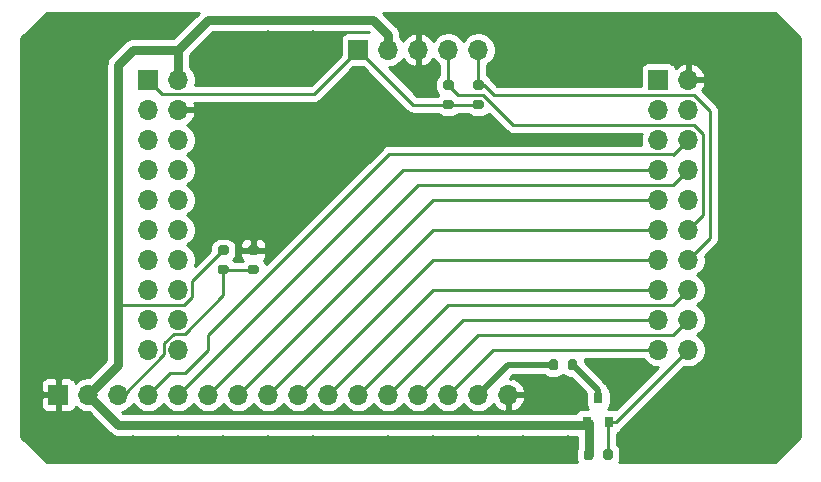
<source format=gbr>
G04 #@! TF.GenerationSoftware,KiCad,Pcbnew,5.1.10*
G04 #@! TF.CreationDate,2021-08-11T21:54:59-06:00*
G04 #@! TF.ProjectId,Speedometer-Top,53706565-646f-46d6-9574-65722d546f70,rev?*
G04 #@! TF.SameCoordinates,Original*
G04 #@! TF.FileFunction,Copper,L1,Top*
G04 #@! TF.FilePolarity,Positive*
%FSLAX46Y46*%
G04 Gerber Fmt 4.6, Leading zero omitted, Abs format (unit mm)*
G04 Created by KiCad (PCBNEW 5.1.10) date 2021-08-11 21:54:59*
%MOMM*%
%LPD*%
G01*
G04 APERTURE LIST*
G04 #@! TA.AperFunction,ComponentPad*
%ADD10O,1.700000X1.700000*%
G04 #@! TD*
G04 #@! TA.AperFunction,ComponentPad*
%ADD11R,1.700000X1.700000*%
G04 #@! TD*
G04 #@! TA.AperFunction,SMDPad,CuDef*
%ADD12R,0.800000X0.900000*%
G04 #@! TD*
G04 #@! TA.AperFunction,ViaPad*
%ADD13C,0.800000*%
G04 #@! TD*
G04 #@! TA.AperFunction,Conductor*
%ADD14C,0.750000*%
G04 #@! TD*
G04 #@! TA.AperFunction,Conductor*
%ADD15C,0.250000*%
G04 #@! TD*
G04 #@! TA.AperFunction,Conductor*
%ADD16C,0.500000*%
G04 #@! TD*
G04 #@! TA.AperFunction,Conductor*
%ADD17C,0.254000*%
G04 #@! TD*
G04 #@! TA.AperFunction,Conductor*
%ADD18C,0.100000*%
G04 #@! TD*
G04 APERTURE END LIST*
D10*
G04 #@! TO.P,U2,5*
G04 #@! TO.N,/I2C_SCL*
X53340000Y-17780000D03*
G04 #@! TO.P,U2,4*
G04 #@! TO.N,/I2C_SDA*
X50800000Y-17780000D03*
G04 #@! TO.P,U2,3*
G04 #@! TO.N,/GND*
X48260000Y-17780000D03*
G04 #@! TO.P,U2,2*
G04 #@! TO.N,/V5P0*
X45720000Y-17780000D03*
D11*
G04 #@! TO.P,U2,1*
G04 #@! TO.N,/V3P3*
X43180000Y-17780000D03*
G04 #@! TD*
G04 #@! TO.P,R6,2*
G04 #@! TO.N,/V3P3*
G04 #@! TA.AperFunction,SMDPad,CuDef*
G36*
G01*
X53065000Y-22015000D02*
X53615000Y-22015000D01*
G75*
G02*
X53815000Y-22215000I0J-200000D01*
G01*
X53815000Y-22615000D01*
G75*
G02*
X53615000Y-22815000I-200000J0D01*
G01*
X53065000Y-22815000D01*
G75*
G02*
X52865000Y-22615000I0J200000D01*
G01*
X52865000Y-22215000D01*
G75*
G02*
X53065000Y-22015000I200000J0D01*
G01*
G37*
G04 #@! TD.AperFunction*
G04 #@! TO.P,R6,1*
G04 #@! TO.N,/I2C_SCL*
G04 #@! TA.AperFunction,SMDPad,CuDef*
G36*
G01*
X53065000Y-20365000D02*
X53615000Y-20365000D01*
G75*
G02*
X53815000Y-20565000I0J-200000D01*
G01*
X53815000Y-20965000D01*
G75*
G02*
X53615000Y-21165000I-200000J0D01*
G01*
X53065000Y-21165000D01*
G75*
G02*
X52865000Y-20965000I0J200000D01*
G01*
X52865000Y-20565000D01*
G75*
G02*
X53065000Y-20365000I200000J0D01*
G01*
G37*
G04 #@! TD.AperFunction*
G04 #@! TD*
G04 #@! TO.P,R5,2*
G04 #@! TO.N,/V3P3*
G04 #@! TA.AperFunction,SMDPad,CuDef*
G36*
G01*
X50525000Y-22015000D02*
X51075000Y-22015000D01*
G75*
G02*
X51275000Y-22215000I0J-200000D01*
G01*
X51275000Y-22615000D01*
G75*
G02*
X51075000Y-22815000I-200000J0D01*
G01*
X50525000Y-22815000D01*
G75*
G02*
X50325000Y-22615000I0J200000D01*
G01*
X50325000Y-22215000D01*
G75*
G02*
X50525000Y-22015000I200000J0D01*
G01*
G37*
G04 #@! TD.AperFunction*
G04 #@! TO.P,R5,1*
G04 #@! TO.N,/I2C_SDA*
G04 #@! TA.AperFunction,SMDPad,CuDef*
G36*
G01*
X50525000Y-20365000D02*
X51075000Y-20365000D01*
G75*
G02*
X51275000Y-20565000I0J-200000D01*
G01*
X51275000Y-20965000D01*
G75*
G02*
X51075000Y-21165000I-200000J0D01*
G01*
X50525000Y-21165000D01*
G75*
G02*
X50325000Y-20965000I0J200000D01*
G01*
X50325000Y-20565000D01*
G75*
G02*
X50525000Y-20365000I200000J0D01*
G01*
G37*
G04 #@! TD.AperFunction*
G04 #@! TD*
D10*
G04 #@! TO.P,J1,20*
G04 #@! TO.N,/P5.5*
X27940000Y-43180000D03*
G04 #@! TO.P,J1,19*
G04 #@! TO.N,/P6.4*
X25400000Y-43180000D03*
G04 #@! TO.P,J1,18*
G04 #@! TO.N,/P5.4*
X27940000Y-40640000D03*
G04 #@! TO.P,J1,17*
G04 #@! TO.N,/P6.5*
X25400000Y-40640000D03*
G04 #@! TO.P,J1,16*
G04 #@! TO.N,/P4.7*
X27940000Y-38100000D03*
G04 #@! TO.P,J1,15*
G04 #@! TO.N,/P4.6*
X25400000Y-38100000D03*
G04 #@! TO.P,J1,14*
G04 #@! TO.N,/P4.5*
X27940000Y-35560000D03*
G04 #@! TO.P,J1,13*
G04 #@! TO.N,/P1.5*
X25400000Y-35560000D03*
G04 #@! TO.P,J1,12*
G04 #@! TO.N,/P4.4*
X27940000Y-33020000D03*
G04 #@! TO.P,J1,11*
G04 #@! TO.N,/P4.3*
X25400000Y-33020000D03*
G04 #@! TO.P,J1,10*
G04 #@! TO.N,/SPEED_A*
X27940000Y-30480000D03*
G04 #@! TO.P,J1,9*
G04 #@! TO.N,/P4.1*
X25400000Y-30480000D03*
G04 #@! TO.P,J1,8*
G04 #@! TO.N,/P4.0*
X27940000Y-27940000D03*
G04 #@! TO.P,J1,7*
G04 #@! TO.N,/P3.3*
X25400000Y-27940000D03*
G04 #@! TO.P,J1,6*
G04 #@! TO.N,/FUEL_ADC*
X27940000Y-25400000D03*
G04 #@! TO.P,J1,5*
G04 #@! TO.N,/P3.2*
X25400000Y-25400000D03*
G04 #@! TO.P,J1,4*
G04 #@! TO.N,/GND*
X27940000Y-22860000D03*
G04 #@! TO.P,J1,3*
G04 #@! TO.N,/P6.0*
X25400000Y-22860000D03*
G04 #@! TO.P,J1,2*
G04 #@! TO.N,/V5P0*
X27940000Y-20320000D03*
D11*
G04 #@! TO.P,J1,1*
G04 #@! TO.N,/V3P3*
X25400000Y-20320000D03*
G04 #@! TD*
D10*
G04 #@! TO.P,U1,16*
G04 #@! TO.N,/GND*
X55880000Y-46990000D03*
G04 #@! TO.P,U1,15*
G04 #@! TO.N,Net-(R3-Pad1)*
X53340000Y-46990000D03*
G04 #@! TO.P,U1,14*
G04 #@! TO.N,/MCU_D7*
X50800000Y-46990000D03*
G04 #@! TO.P,U1,13*
G04 #@! TO.N,/MCU_D6*
X48260000Y-46990000D03*
G04 #@! TO.P,U1,12*
G04 #@! TO.N,/MCU_D5*
X45720000Y-46990000D03*
G04 #@! TO.P,U1,11*
G04 #@! TO.N,/MCU_D4*
X43180000Y-46990000D03*
G04 #@! TO.P,U1,10*
G04 #@! TO.N,/MCU_D3*
X40640000Y-46990000D03*
G04 #@! TO.P,U1,9*
G04 #@! TO.N,/MCU_D2*
X38100000Y-46990000D03*
G04 #@! TO.P,U1,8*
G04 #@! TO.N,/MCU_D1*
X35560000Y-46990000D03*
G04 #@! TO.P,U1,7*
G04 #@! TO.N,/MCU_D0*
X33020000Y-46990000D03*
G04 #@! TO.P,U1,6*
G04 #@! TO.N,/MCU_EN*
X30480000Y-46990000D03*
G04 #@! TO.P,U1,5*
G04 #@! TO.N,/MCU_RW*
X27940000Y-46990000D03*
G04 #@! TO.P,U1,4*
G04 #@! TO.N,/MCU_RS*
X25400000Y-46990000D03*
G04 #@! TO.P,U1,3*
G04 #@! TO.N,Net-(R1-Pad1)*
X22860000Y-46990000D03*
G04 #@! TO.P,U1,2*
G04 #@! TO.N,/V5P0*
X20320000Y-46990000D03*
D11*
G04 #@! TO.P,U1,1*
G04 #@! TO.N,/GND*
X17780000Y-46990000D03*
G04 #@! TD*
G04 #@! TO.P,R4,2*
G04 #@! TO.N,/V5P0*
G04 #@! TA.AperFunction,SMDPad,CuDef*
G36*
G01*
X63075000Y-51795000D02*
X63075000Y-52345000D01*
G75*
G02*
X62875000Y-52545000I-200000J0D01*
G01*
X62475000Y-52545000D01*
G75*
G02*
X62275000Y-52345000I0J200000D01*
G01*
X62275000Y-51795000D01*
G75*
G02*
X62475000Y-51595000I200000J0D01*
G01*
X62875000Y-51595000D01*
G75*
G02*
X63075000Y-51795000I0J-200000D01*
G01*
G37*
G04 #@! TD.AperFunction*
G04 #@! TO.P,R4,1*
G04 #@! TO.N,/MCU_BLA*
G04 #@! TA.AperFunction,SMDPad,CuDef*
G36*
G01*
X64725000Y-51795000D02*
X64725000Y-52345000D01*
G75*
G02*
X64525000Y-52545000I-200000J0D01*
G01*
X64125000Y-52545000D01*
G75*
G02*
X63925000Y-52345000I0J200000D01*
G01*
X63925000Y-51795000D01*
G75*
G02*
X64125000Y-51595000I200000J0D01*
G01*
X64525000Y-51595000D01*
G75*
G02*
X64725000Y-51795000I0J-200000D01*
G01*
G37*
G04 #@! TD.AperFunction*
G04 #@! TD*
G04 #@! TO.P,R3,2*
G04 #@! TO.N,Net-(Q1-Pad3)*
G04 #@! TA.AperFunction,SMDPad,CuDef*
G36*
G01*
X60940000Y-44725000D02*
X60940000Y-44175000D01*
G75*
G02*
X61140000Y-43975000I200000J0D01*
G01*
X61540000Y-43975000D01*
G75*
G02*
X61740000Y-44175000I0J-200000D01*
G01*
X61740000Y-44725000D01*
G75*
G02*
X61540000Y-44925000I-200000J0D01*
G01*
X61140000Y-44925000D01*
G75*
G02*
X60940000Y-44725000I0J200000D01*
G01*
G37*
G04 #@! TD.AperFunction*
G04 #@! TO.P,R3,1*
G04 #@! TO.N,Net-(R3-Pad1)*
G04 #@! TA.AperFunction,SMDPad,CuDef*
G36*
G01*
X59290000Y-44725000D02*
X59290000Y-44175000D01*
G75*
G02*
X59490000Y-43975000I200000J0D01*
G01*
X59890000Y-43975000D01*
G75*
G02*
X60090000Y-44175000I0J-200000D01*
G01*
X60090000Y-44725000D01*
G75*
G02*
X59890000Y-44925000I-200000J0D01*
G01*
X59490000Y-44925000D01*
G75*
G02*
X59290000Y-44725000I0J200000D01*
G01*
G37*
G04 #@! TD.AperFunction*
G04 #@! TD*
G04 #@! TO.P,R2,2*
G04 #@! TO.N,Net-(R1-Pad1)*
G04 #@! TA.AperFunction,SMDPad,CuDef*
G36*
G01*
X34015000Y-35985000D02*
X34565000Y-35985000D01*
G75*
G02*
X34765000Y-36185000I0J-200000D01*
G01*
X34765000Y-36585000D01*
G75*
G02*
X34565000Y-36785000I-200000J0D01*
G01*
X34015000Y-36785000D01*
G75*
G02*
X33815000Y-36585000I0J200000D01*
G01*
X33815000Y-36185000D01*
G75*
G02*
X34015000Y-35985000I200000J0D01*
G01*
G37*
G04 #@! TD.AperFunction*
G04 #@! TO.P,R2,1*
G04 #@! TO.N,/GND*
G04 #@! TA.AperFunction,SMDPad,CuDef*
G36*
G01*
X34015000Y-34335000D02*
X34565000Y-34335000D01*
G75*
G02*
X34765000Y-34535000I0J-200000D01*
G01*
X34765000Y-34935000D01*
G75*
G02*
X34565000Y-35135000I-200000J0D01*
G01*
X34015000Y-35135000D01*
G75*
G02*
X33815000Y-34935000I0J200000D01*
G01*
X33815000Y-34535000D01*
G75*
G02*
X34015000Y-34335000I200000J0D01*
G01*
G37*
G04 #@! TD.AperFunction*
G04 #@! TD*
G04 #@! TO.P,R1,2*
G04 #@! TO.N,/V5P0*
G04 #@! TA.AperFunction,SMDPad,CuDef*
G36*
G01*
X32025000Y-35135000D02*
X31475000Y-35135000D01*
G75*
G02*
X31275000Y-34935000I0J200000D01*
G01*
X31275000Y-34535000D01*
G75*
G02*
X31475000Y-34335000I200000J0D01*
G01*
X32025000Y-34335000D01*
G75*
G02*
X32225000Y-34535000I0J-200000D01*
G01*
X32225000Y-34935000D01*
G75*
G02*
X32025000Y-35135000I-200000J0D01*
G01*
G37*
G04 #@! TD.AperFunction*
G04 #@! TO.P,R1,1*
G04 #@! TO.N,Net-(R1-Pad1)*
G04 #@! TA.AperFunction,SMDPad,CuDef*
G36*
G01*
X32025000Y-36785000D02*
X31475000Y-36785000D01*
G75*
G02*
X31275000Y-36585000I0J200000D01*
G01*
X31275000Y-36185000D01*
G75*
G02*
X31475000Y-35985000I200000J0D01*
G01*
X32025000Y-35985000D01*
G75*
G02*
X32225000Y-36185000I0J-200000D01*
G01*
X32225000Y-36585000D01*
G75*
G02*
X32025000Y-36785000I-200000J0D01*
G01*
G37*
G04 #@! TD.AperFunction*
G04 #@! TD*
D12*
G04 #@! TO.P,Q1,3*
G04 #@! TO.N,Net-(Q1-Pad3)*
X63500000Y-47260000D03*
G04 #@! TO.P,Q1,2*
G04 #@! TO.N,/MCU_BLA*
X64450000Y-49260000D03*
G04 #@! TO.P,Q1,1*
G04 #@! TO.N,/V5P0*
X62550000Y-49260000D03*
G04 #@! TD*
D10*
G04 #@! TO.P,J2,20*
G04 #@! TO.N,/MCU_BLA*
X71120000Y-43180000D03*
G04 #@! TO.P,J2,19*
G04 #@! TO.N,/MCU_D7*
X68580000Y-43180000D03*
G04 #@! TO.P,J2,18*
G04 #@! TO.N,/MCU_D6*
X71120000Y-40640000D03*
G04 #@! TO.P,J2,17*
G04 #@! TO.N,/MCU_D5*
X68580000Y-40640000D03*
G04 #@! TO.P,J2,16*
G04 #@! TO.N,/MCU_D4*
X71120000Y-38100000D03*
G04 #@! TO.P,J2,15*
G04 #@! TO.N,/MCU_D3*
X68580000Y-38100000D03*
G04 #@! TO.P,J2,14*
G04 #@! TO.N,/I2C_SCL*
X71120000Y-35560000D03*
G04 #@! TO.P,J2,13*
G04 #@! TO.N,/MCU_D2*
X68580000Y-35560000D03*
G04 #@! TO.P,J2,12*
G04 #@! TO.N,/I2C_SDA*
X71120000Y-33020000D03*
G04 #@! TO.P,J2,11*
G04 #@! TO.N,/MCU_D1*
X68580000Y-33020000D03*
G04 #@! TO.P,J2,10*
G04 #@! TO.N,/RST*
X71120000Y-30480000D03*
G04 #@! TO.P,J2,9*
G04 #@! TO.N,/MCU_D0*
X68580000Y-30480000D03*
G04 #@! TO.P,J2,8*
G04 #@! TO.N,/MCU_EN*
X71120000Y-27940000D03*
G04 #@! TO.P,J2,7*
G04 #@! TO.N,/MCU_RW*
X68580000Y-27940000D03*
G04 #@! TO.P,J2,6*
G04 #@! TO.N,/MCU_RS*
X71120000Y-25400000D03*
G04 #@! TO.P,J2,5*
G04 #@! TO.N,/P2.4*
X68580000Y-25400000D03*
G04 #@! TO.P,J2,4*
G04 #@! TO.N,/P2.5*
X71120000Y-22860000D03*
G04 #@! TO.P,J2,3*
G04 #@! TO.N,/P2.6*
X68580000Y-22860000D03*
G04 #@! TO.P,J2,2*
G04 #@! TO.N,/GND*
X71120000Y-20320000D03*
D11*
G04 #@! TO.P,J2,1*
G04 #@! TO.N,/P2.7*
X68580000Y-20320000D03*
G04 #@! TD*
D13*
G04 #@! TO.N,/GND*
X53340000Y-50800000D03*
X49530000Y-50800000D03*
X45720000Y-50800000D03*
X71120000Y-50800000D03*
X71120000Y-16510000D03*
X67310000Y-16510000D03*
X63500000Y-16510000D03*
X59690000Y-16510000D03*
X55880000Y-16510000D03*
X63500000Y-20320000D03*
X59690000Y-20320000D03*
X55880000Y-20320000D03*
X31750000Y-31750000D03*
X31750000Y-27940000D03*
X31750000Y-24130000D03*
X35560000Y-24130000D03*
X35560000Y-27940000D03*
X35560000Y-31750000D03*
X39370000Y-27940000D03*
X39370000Y-24130000D03*
X43180000Y-24130000D03*
X30480000Y-20320000D03*
X35560000Y-20320000D03*
X39370000Y-20320000D03*
X39370000Y-16510000D03*
X35560000Y-16510000D03*
X43180000Y-20320000D03*
X74930000Y-46990000D03*
X74930000Y-43180000D03*
X78740000Y-43180000D03*
X78740000Y-46990000D03*
X74930000Y-31750000D03*
X74930000Y-27940000D03*
X78740000Y-27940000D03*
X78740000Y-31750000D03*
X74930000Y-39370000D03*
X74930000Y-35560000D03*
X78740000Y-35560000D03*
X78740000Y-39370000D03*
X74930000Y-16510000D03*
X78740000Y-16510000D03*
X74930000Y-24130000D03*
X74930000Y-20320000D03*
X78740000Y-20320000D03*
X78740000Y-24130000D03*
X16510000Y-16510000D03*
X20320000Y-16510000D03*
X24130000Y-16510000D03*
X16510000Y-20320000D03*
X20320000Y-20320000D03*
X20320000Y-24130000D03*
X16510000Y-24130000D03*
X16510000Y-27940000D03*
X20320000Y-27940000D03*
X20320000Y-31750000D03*
X16510000Y-31750000D03*
X16510000Y-35560000D03*
X20320000Y-35560000D03*
X20320000Y-39370000D03*
X16510000Y-39370000D03*
X16510000Y-43180000D03*
X20320000Y-43180000D03*
X16510000Y-50800000D03*
X20320000Y-50800000D03*
X24130000Y-50800000D03*
X27940000Y-50800000D03*
X31750000Y-50800000D03*
X35560000Y-50800000D03*
X39370000Y-50800000D03*
X64770000Y-44450000D03*
X59690000Y-46990000D03*
X57150000Y-50800000D03*
X60960000Y-50800000D03*
X71120000Y-46990000D03*
X78740000Y-50800000D03*
X74930000Y-50800000D03*
X67310000Y-50800000D03*
G04 #@! TD*
D14*
G04 #@! TO.N,/V5P0*
X62675000Y-49385000D02*
X62550000Y-49260000D01*
X62675000Y-52070000D02*
X62675000Y-49385000D01*
X20320000Y-46990000D02*
X22860000Y-49530000D01*
X62280000Y-49530000D02*
X62550000Y-49260000D01*
X22860000Y-49530000D02*
X62280000Y-49530000D01*
X22860000Y-44450000D02*
X20320000Y-46990000D01*
D15*
X29115001Y-38664001D02*
X28409002Y-39370000D01*
X31750000Y-34735000D02*
X29115001Y-37369999D01*
X29115001Y-37369999D02*
X29115001Y-38664001D01*
D14*
X22860000Y-39370000D02*
X22860000Y-44450000D01*
X22860000Y-19050000D02*
X22860000Y-39370000D01*
X24130000Y-17780000D02*
X22860000Y-19050000D01*
X27940000Y-17780000D02*
X24130000Y-17780000D01*
X27940000Y-20320000D02*
X27940000Y-17780000D01*
X30480000Y-15240000D02*
X27940000Y-17780000D01*
X45720000Y-16510000D02*
X44450000Y-15240000D01*
X44450000Y-15240000D02*
X30480000Y-15240000D01*
X45720000Y-17780000D02*
X45720000Y-16510000D01*
D15*
X28409002Y-39370000D02*
X22860000Y-39370000D01*
G04 #@! TO.N,/V3P3*
X53340000Y-22415000D02*
X50800000Y-22415000D01*
X47815000Y-22415000D02*
X43180000Y-17780000D01*
X50800000Y-22415000D02*
X47815000Y-22415000D01*
X26575001Y-21495001D02*
X25400000Y-20320000D01*
X39464999Y-21495001D02*
X26575001Y-21495001D01*
X43180000Y-17780000D02*
X39464999Y-21495001D01*
G04 #@! TO.N,/MCU_BLA*
X65040000Y-49260000D02*
X64450000Y-49260000D01*
X71120000Y-43180000D02*
X65040000Y-49260000D01*
X64325000Y-49385000D02*
X64450000Y-49260000D01*
X64325000Y-52070000D02*
X64325000Y-49385000D01*
G04 #@! TO.N,/MCU_D7*
X54610000Y-43180000D02*
X50800000Y-46990000D01*
X68580000Y-43180000D02*
X54610000Y-43180000D01*
G04 #@! TO.N,/MCU_D6*
X53340000Y-41910000D02*
X48260000Y-46990000D01*
X69850000Y-41910000D02*
X53340000Y-41910000D01*
X71120000Y-40640000D02*
X69850000Y-41910000D01*
G04 #@! TO.N,/MCU_D5*
X52070000Y-40640000D02*
X45720000Y-46990000D01*
X68580000Y-40640000D02*
X52070000Y-40640000D01*
G04 #@! TO.N,/MCU_D4*
X50800000Y-39370000D02*
X43180000Y-46990000D01*
X69850000Y-39370000D02*
X50800000Y-39370000D01*
X71120000Y-38100000D02*
X69850000Y-39370000D01*
G04 #@! TO.N,/MCU_D3*
X49530000Y-38100000D02*
X40640000Y-46990000D01*
X68580000Y-38100000D02*
X49530000Y-38100000D01*
G04 #@! TO.N,/I2C_SCL*
X53340000Y-20765000D02*
X53340000Y-17780000D01*
X53815000Y-20765000D02*
X53340000Y-20765000D01*
X54640000Y-21590000D02*
X53815000Y-20765000D01*
X71589002Y-21590000D02*
X54640000Y-21590000D01*
X72945373Y-22946371D02*
X71589002Y-21590000D01*
X72945373Y-33734627D02*
X72945373Y-22946371D01*
X71120000Y-35560000D02*
X72945373Y-33734627D01*
G04 #@! TO.N,/MCU_D2*
X68580000Y-35560000D02*
X49530000Y-35560000D01*
X49530000Y-35560000D02*
X38100000Y-46990000D01*
G04 #@! TO.N,/I2C_SDA*
X50800000Y-20765000D02*
X50800000Y-17780000D01*
X53732477Y-21589999D02*
X51624999Y-21589999D01*
X56271966Y-24129488D02*
X53732477Y-21589999D01*
X51624999Y-21589999D02*
X50800000Y-20765000D01*
X72390000Y-24930998D02*
X71588490Y-24129488D01*
X72390000Y-31750000D02*
X72390000Y-24930998D01*
X71588490Y-24129488D02*
X56271966Y-24129488D01*
X71120000Y-33020000D02*
X72390000Y-31750000D01*
G04 #@! TO.N,/MCU_D1*
X68580000Y-33020000D02*
X49530000Y-33020000D01*
X49530000Y-33020000D02*
X35560000Y-46990000D01*
G04 #@! TO.N,/MCU_D0*
X68580000Y-30480000D02*
X49530000Y-30480000D01*
X49530000Y-30480000D02*
X33020000Y-46990000D01*
G04 #@! TO.N,/MCU_EN*
X71120000Y-27940000D02*
X69850000Y-29210000D01*
X69850000Y-29210000D02*
X48260000Y-29210000D01*
X48260000Y-29210000D02*
X30480000Y-46990000D01*
G04 #@! TO.N,/MCU_RW*
X68580000Y-27940000D02*
X46990000Y-27940000D01*
X46990000Y-27940000D02*
X27940000Y-46990000D01*
G04 #@! TO.N,/MCU_RS*
X71120000Y-25400000D02*
X69850000Y-26670000D01*
X25869002Y-46990000D02*
X25400000Y-46990000D01*
X69944999Y-26575001D02*
X71120000Y-25400000D01*
X45814999Y-26575001D02*
X69944999Y-26575001D01*
X45814999Y-26575001D02*
X30480000Y-41910000D01*
X30480000Y-41910000D02*
X30480000Y-43153885D01*
X30480000Y-43153885D02*
X28501448Y-45132437D01*
X27257563Y-45132437D02*
X25400000Y-46990000D01*
X28501448Y-45132437D02*
X27257563Y-45132437D01*
D16*
G04 #@! TO.N,Net-(Q1-Pad3)*
X63500000Y-46610000D02*
X61340000Y-44450000D01*
X63500000Y-47260000D02*
X63500000Y-46610000D01*
D15*
G04 #@! TO.N,Net-(R1-Pad1)*
X28504001Y-41815001D02*
X31750000Y-38569002D01*
X27565997Y-41815001D02*
X28504001Y-41815001D01*
X31750000Y-38569002D02*
X31750000Y-36385000D01*
X26764999Y-42615999D02*
X27565997Y-41815001D01*
X26764999Y-43554003D02*
X26764999Y-42615999D01*
X23329002Y-46990000D02*
X26764999Y-43554003D01*
X22860000Y-46990000D02*
X23329002Y-46990000D01*
X31750000Y-36385000D02*
X34290000Y-36385000D01*
D16*
G04 #@! TO.N,Net-(R3-Pad1)*
X55880000Y-44450000D02*
X53340000Y-46990000D01*
X59690000Y-44450000D02*
X55880000Y-44450000D01*
G04 #@! TD*
D17*
G04 #@! TO.N,/GND*
X80620001Y-16783382D02*
X80620000Y-50526619D01*
X78466620Y-52680000D01*
X65291643Y-52680000D01*
X65299278Y-52665716D01*
X65346969Y-52508500D01*
X65363072Y-52345000D01*
X65363072Y-51795000D01*
X65346969Y-51631500D01*
X65299278Y-51474284D01*
X65221831Y-51329392D01*
X65117606Y-51202394D01*
X65085000Y-51175635D01*
X65085000Y-50302287D01*
X65094180Y-50299502D01*
X65204494Y-50240537D01*
X65301185Y-50161185D01*
X65380537Y-50064494D01*
X65439502Y-49954180D01*
X65456143Y-49899321D01*
X65464276Y-49894974D01*
X65580001Y-49800001D01*
X65603804Y-49770997D01*
X70753593Y-44621210D01*
X70973740Y-44665000D01*
X71266260Y-44665000D01*
X71553158Y-44607932D01*
X71823411Y-44495990D01*
X72066632Y-44333475D01*
X72273475Y-44126632D01*
X72435990Y-43883411D01*
X72547932Y-43613158D01*
X72605000Y-43326260D01*
X72605000Y-43033740D01*
X72547932Y-42746842D01*
X72435990Y-42476589D01*
X72273475Y-42233368D01*
X72066632Y-42026525D01*
X71892240Y-41910000D01*
X72066632Y-41793475D01*
X72273475Y-41586632D01*
X72435990Y-41343411D01*
X72547932Y-41073158D01*
X72605000Y-40786260D01*
X72605000Y-40493740D01*
X72547932Y-40206842D01*
X72435990Y-39936589D01*
X72273475Y-39693368D01*
X72066632Y-39486525D01*
X71892240Y-39370000D01*
X72066632Y-39253475D01*
X72273475Y-39046632D01*
X72435990Y-38803411D01*
X72547932Y-38533158D01*
X72605000Y-38246260D01*
X72605000Y-37953740D01*
X72547932Y-37666842D01*
X72435990Y-37396589D01*
X72273475Y-37153368D01*
X72066632Y-36946525D01*
X71892240Y-36830000D01*
X72066632Y-36713475D01*
X72273475Y-36506632D01*
X72435990Y-36263411D01*
X72547932Y-35993158D01*
X72605000Y-35706260D01*
X72605000Y-35413740D01*
X72561210Y-35193592D01*
X73456377Y-34298425D01*
X73485374Y-34274628D01*
X73580347Y-34158903D01*
X73650919Y-34026874D01*
X73694376Y-33883613D01*
X73705373Y-33771960D01*
X73705373Y-33771951D01*
X73709049Y-33734628D01*
X73705373Y-33697305D01*
X73705373Y-22983693D01*
X73709049Y-22946370D01*
X73705373Y-22909047D01*
X73705373Y-22909038D01*
X73694376Y-22797385D01*
X73650919Y-22654124D01*
X73580347Y-22522095D01*
X73485374Y-22406370D01*
X73456376Y-22382572D01*
X72292987Y-21219184D01*
X72391641Y-21086920D01*
X72516825Y-20824099D01*
X72561476Y-20676890D01*
X72440155Y-20447000D01*
X71247000Y-20447000D01*
X71247000Y-20467000D01*
X70993000Y-20467000D01*
X70993000Y-20447000D01*
X70973000Y-20447000D01*
X70973000Y-20193000D01*
X70993000Y-20193000D01*
X70993000Y-18999186D01*
X71247000Y-18999186D01*
X71247000Y-20193000D01*
X72440155Y-20193000D01*
X72561476Y-19963110D01*
X72516825Y-19815901D01*
X72391641Y-19553080D01*
X72217588Y-19319731D01*
X72001355Y-19124822D01*
X71751252Y-18975843D01*
X71476891Y-18878519D01*
X71247000Y-18999186D01*
X70993000Y-18999186D01*
X70763109Y-18878519D01*
X70488748Y-18975843D01*
X70238645Y-19124822D01*
X70042498Y-19301626D01*
X70019502Y-19225820D01*
X69960537Y-19115506D01*
X69881185Y-19018815D01*
X69784494Y-18939463D01*
X69674180Y-18880498D01*
X69554482Y-18844188D01*
X69430000Y-18831928D01*
X67730000Y-18831928D01*
X67605518Y-18844188D01*
X67485820Y-18880498D01*
X67375506Y-18939463D01*
X67278815Y-19018815D01*
X67199463Y-19115506D01*
X67140498Y-19225820D01*
X67104188Y-19345518D01*
X67091928Y-19470000D01*
X67091928Y-20830000D01*
X54954802Y-20830000D01*
X54398071Y-20273270D01*
X54389278Y-20244284D01*
X54311831Y-20099392D01*
X54207606Y-19972394D01*
X54100000Y-19884084D01*
X54100000Y-19058178D01*
X54286632Y-18933475D01*
X54493475Y-18726632D01*
X54655990Y-18483411D01*
X54767932Y-18213158D01*
X54825000Y-17926260D01*
X54825000Y-17633740D01*
X54767932Y-17346842D01*
X54655990Y-17076589D01*
X54493475Y-16833368D01*
X54286632Y-16626525D01*
X54043411Y-16464010D01*
X53773158Y-16352068D01*
X53486260Y-16295000D01*
X53193740Y-16295000D01*
X52906842Y-16352068D01*
X52636589Y-16464010D01*
X52393368Y-16626525D01*
X52186525Y-16833368D01*
X52070000Y-17007760D01*
X51953475Y-16833368D01*
X51746632Y-16626525D01*
X51503411Y-16464010D01*
X51233158Y-16352068D01*
X50946260Y-16295000D01*
X50653740Y-16295000D01*
X50366842Y-16352068D01*
X50096589Y-16464010D01*
X49853368Y-16626525D01*
X49646525Y-16833368D01*
X49524805Y-17015534D01*
X49455178Y-16898645D01*
X49260269Y-16682412D01*
X49026920Y-16508359D01*
X48764099Y-16383175D01*
X48616890Y-16338524D01*
X48387000Y-16459845D01*
X48387000Y-17653000D01*
X48407000Y-17653000D01*
X48407000Y-17907000D01*
X48387000Y-17907000D01*
X48387000Y-19100155D01*
X48616890Y-19221476D01*
X48764099Y-19176825D01*
X49026920Y-19051641D01*
X49260269Y-18877588D01*
X49455178Y-18661355D01*
X49524805Y-18544466D01*
X49646525Y-18726632D01*
X49853368Y-18933475D01*
X50040001Y-19058179D01*
X50040000Y-19884083D01*
X49932394Y-19972394D01*
X49828169Y-20099392D01*
X49750722Y-20244284D01*
X49703031Y-20401500D01*
X49686928Y-20565000D01*
X49686928Y-20965000D01*
X49703031Y-21128500D01*
X49750722Y-21285716D01*
X49828169Y-21430608D01*
X49932394Y-21557606D01*
X49971866Y-21590000D01*
X49932394Y-21622394D01*
X49905635Y-21655000D01*
X48129802Y-21655000D01*
X45739801Y-19265000D01*
X45866260Y-19265000D01*
X46153158Y-19207932D01*
X46423411Y-19095990D01*
X46666632Y-18933475D01*
X46873475Y-18726632D01*
X46995195Y-18544466D01*
X47064822Y-18661355D01*
X47259731Y-18877588D01*
X47493080Y-19051641D01*
X47755901Y-19176825D01*
X47903110Y-19221476D01*
X48133000Y-19100155D01*
X48133000Y-17907000D01*
X48113000Y-17907000D01*
X48113000Y-17653000D01*
X48133000Y-17653000D01*
X48133000Y-16459845D01*
X47903110Y-16338524D01*
X47755901Y-16383175D01*
X47493080Y-16508359D01*
X47259731Y-16682412D01*
X47064822Y-16898645D01*
X46995195Y-17015534D01*
X46873475Y-16833368D01*
X46730000Y-16689893D01*
X46730000Y-16559604D01*
X46734886Y-16509999D01*
X46729946Y-16459845D01*
X46715385Y-16312006D01*
X46657632Y-16121620D01*
X46563847Y-15946160D01*
X46437633Y-15792367D01*
X46399094Y-15760739D01*
X45268355Y-14630000D01*
X78466620Y-14630000D01*
X80620001Y-16783382D01*
G04 #@! TA.AperFunction,Conductor*
D18*
G36*
X80620001Y-16783382D02*
G01*
X80620000Y-50526619D01*
X78466620Y-52680000D01*
X65291643Y-52680000D01*
X65299278Y-52665716D01*
X65346969Y-52508500D01*
X65363072Y-52345000D01*
X65363072Y-51795000D01*
X65346969Y-51631500D01*
X65299278Y-51474284D01*
X65221831Y-51329392D01*
X65117606Y-51202394D01*
X65085000Y-51175635D01*
X65085000Y-50302287D01*
X65094180Y-50299502D01*
X65204494Y-50240537D01*
X65301185Y-50161185D01*
X65380537Y-50064494D01*
X65439502Y-49954180D01*
X65456143Y-49899321D01*
X65464276Y-49894974D01*
X65580001Y-49800001D01*
X65603804Y-49770997D01*
X70753593Y-44621210D01*
X70973740Y-44665000D01*
X71266260Y-44665000D01*
X71553158Y-44607932D01*
X71823411Y-44495990D01*
X72066632Y-44333475D01*
X72273475Y-44126632D01*
X72435990Y-43883411D01*
X72547932Y-43613158D01*
X72605000Y-43326260D01*
X72605000Y-43033740D01*
X72547932Y-42746842D01*
X72435990Y-42476589D01*
X72273475Y-42233368D01*
X72066632Y-42026525D01*
X71892240Y-41910000D01*
X72066632Y-41793475D01*
X72273475Y-41586632D01*
X72435990Y-41343411D01*
X72547932Y-41073158D01*
X72605000Y-40786260D01*
X72605000Y-40493740D01*
X72547932Y-40206842D01*
X72435990Y-39936589D01*
X72273475Y-39693368D01*
X72066632Y-39486525D01*
X71892240Y-39370000D01*
X72066632Y-39253475D01*
X72273475Y-39046632D01*
X72435990Y-38803411D01*
X72547932Y-38533158D01*
X72605000Y-38246260D01*
X72605000Y-37953740D01*
X72547932Y-37666842D01*
X72435990Y-37396589D01*
X72273475Y-37153368D01*
X72066632Y-36946525D01*
X71892240Y-36830000D01*
X72066632Y-36713475D01*
X72273475Y-36506632D01*
X72435990Y-36263411D01*
X72547932Y-35993158D01*
X72605000Y-35706260D01*
X72605000Y-35413740D01*
X72561210Y-35193592D01*
X73456377Y-34298425D01*
X73485374Y-34274628D01*
X73580347Y-34158903D01*
X73650919Y-34026874D01*
X73694376Y-33883613D01*
X73705373Y-33771960D01*
X73705373Y-33771951D01*
X73709049Y-33734628D01*
X73705373Y-33697305D01*
X73705373Y-22983693D01*
X73709049Y-22946370D01*
X73705373Y-22909047D01*
X73705373Y-22909038D01*
X73694376Y-22797385D01*
X73650919Y-22654124D01*
X73580347Y-22522095D01*
X73485374Y-22406370D01*
X73456376Y-22382572D01*
X72292987Y-21219184D01*
X72391641Y-21086920D01*
X72516825Y-20824099D01*
X72561476Y-20676890D01*
X72440155Y-20447000D01*
X71247000Y-20447000D01*
X71247000Y-20467000D01*
X70993000Y-20467000D01*
X70993000Y-20447000D01*
X70973000Y-20447000D01*
X70973000Y-20193000D01*
X70993000Y-20193000D01*
X70993000Y-18999186D01*
X71247000Y-18999186D01*
X71247000Y-20193000D01*
X72440155Y-20193000D01*
X72561476Y-19963110D01*
X72516825Y-19815901D01*
X72391641Y-19553080D01*
X72217588Y-19319731D01*
X72001355Y-19124822D01*
X71751252Y-18975843D01*
X71476891Y-18878519D01*
X71247000Y-18999186D01*
X70993000Y-18999186D01*
X70763109Y-18878519D01*
X70488748Y-18975843D01*
X70238645Y-19124822D01*
X70042498Y-19301626D01*
X70019502Y-19225820D01*
X69960537Y-19115506D01*
X69881185Y-19018815D01*
X69784494Y-18939463D01*
X69674180Y-18880498D01*
X69554482Y-18844188D01*
X69430000Y-18831928D01*
X67730000Y-18831928D01*
X67605518Y-18844188D01*
X67485820Y-18880498D01*
X67375506Y-18939463D01*
X67278815Y-19018815D01*
X67199463Y-19115506D01*
X67140498Y-19225820D01*
X67104188Y-19345518D01*
X67091928Y-19470000D01*
X67091928Y-20830000D01*
X54954802Y-20830000D01*
X54398071Y-20273270D01*
X54389278Y-20244284D01*
X54311831Y-20099392D01*
X54207606Y-19972394D01*
X54100000Y-19884084D01*
X54100000Y-19058178D01*
X54286632Y-18933475D01*
X54493475Y-18726632D01*
X54655990Y-18483411D01*
X54767932Y-18213158D01*
X54825000Y-17926260D01*
X54825000Y-17633740D01*
X54767932Y-17346842D01*
X54655990Y-17076589D01*
X54493475Y-16833368D01*
X54286632Y-16626525D01*
X54043411Y-16464010D01*
X53773158Y-16352068D01*
X53486260Y-16295000D01*
X53193740Y-16295000D01*
X52906842Y-16352068D01*
X52636589Y-16464010D01*
X52393368Y-16626525D01*
X52186525Y-16833368D01*
X52070000Y-17007760D01*
X51953475Y-16833368D01*
X51746632Y-16626525D01*
X51503411Y-16464010D01*
X51233158Y-16352068D01*
X50946260Y-16295000D01*
X50653740Y-16295000D01*
X50366842Y-16352068D01*
X50096589Y-16464010D01*
X49853368Y-16626525D01*
X49646525Y-16833368D01*
X49524805Y-17015534D01*
X49455178Y-16898645D01*
X49260269Y-16682412D01*
X49026920Y-16508359D01*
X48764099Y-16383175D01*
X48616890Y-16338524D01*
X48387000Y-16459845D01*
X48387000Y-17653000D01*
X48407000Y-17653000D01*
X48407000Y-17907000D01*
X48387000Y-17907000D01*
X48387000Y-19100155D01*
X48616890Y-19221476D01*
X48764099Y-19176825D01*
X49026920Y-19051641D01*
X49260269Y-18877588D01*
X49455178Y-18661355D01*
X49524805Y-18544466D01*
X49646525Y-18726632D01*
X49853368Y-18933475D01*
X50040001Y-19058179D01*
X50040000Y-19884083D01*
X49932394Y-19972394D01*
X49828169Y-20099392D01*
X49750722Y-20244284D01*
X49703031Y-20401500D01*
X49686928Y-20565000D01*
X49686928Y-20965000D01*
X49703031Y-21128500D01*
X49750722Y-21285716D01*
X49828169Y-21430608D01*
X49932394Y-21557606D01*
X49971866Y-21590000D01*
X49932394Y-21622394D01*
X49905635Y-21655000D01*
X48129802Y-21655000D01*
X45739801Y-19265000D01*
X45866260Y-19265000D01*
X46153158Y-19207932D01*
X46423411Y-19095990D01*
X46666632Y-18933475D01*
X46873475Y-18726632D01*
X46995195Y-18544466D01*
X47064822Y-18661355D01*
X47259731Y-18877588D01*
X47493080Y-19051641D01*
X47755901Y-19176825D01*
X47903110Y-19221476D01*
X48133000Y-19100155D01*
X48133000Y-17907000D01*
X48113000Y-17907000D01*
X48113000Y-17653000D01*
X48133000Y-17653000D01*
X48133000Y-16459845D01*
X47903110Y-16338524D01*
X47755901Y-16383175D01*
X47493080Y-16508359D01*
X47259731Y-16682412D01*
X47064822Y-16898645D01*
X46995195Y-17015534D01*
X46873475Y-16833368D01*
X46730000Y-16689893D01*
X46730000Y-16559604D01*
X46734886Y-16509999D01*
X46729946Y-16459845D01*
X46715385Y-16312006D01*
X46657632Y-16121620D01*
X46563847Y-15946160D01*
X46437633Y-15792367D01*
X46399094Y-15760739D01*
X45268355Y-14630000D01*
X78466620Y-14630000D01*
X80620001Y-16783382D01*
G37*
G04 #@! TD.AperFunction*
D17*
X27521645Y-16770000D02*
X24179604Y-16770000D01*
X24129999Y-16765114D01*
X24080394Y-16770000D01*
X24080392Y-16770000D01*
X23932006Y-16784615D01*
X23741620Y-16842368D01*
X23566160Y-16936153D01*
X23412367Y-17062367D01*
X23380739Y-17100906D01*
X22180906Y-18300739D01*
X22142367Y-18332367D01*
X22016153Y-18486160D01*
X21939270Y-18630000D01*
X21922368Y-18661621D01*
X21864615Y-18852006D01*
X21845114Y-19050000D01*
X21850000Y-19099608D01*
X21850001Y-39320383D01*
X21850000Y-39320393D01*
X21850001Y-44031643D01*
X20376645Y-45505000D01*
X20173740Y-45505000D01*
X19886842Y-45562068D01*
X19616589Y-45674010D01*
X19373368Y-45836525D01*
X19241513Y-45968380D01*
X19219502Y-45895820D01*
X19160537Y-45785506D01*
X19081185Y-45688815D01*
X18984494Y-45609463D01*
X18874180Y-45550498D01*
X18754482Y-45514188D01*
X18630000Y-45501928D01*
X18065750Y-45505000D01*
X17907000Y-45663750D01*
X17907000Y-46863000D01*
X17927000Y-46863000D01*
X17927000Y-47117000D01*
X17907000Y-47117000D01*
X17907000Y-48316250D01*
X18065750Y-48475000D01*
X18630000Y-48478072D01*
X18754482Y-48465812D01*
X18874180Y-48429502D01*
X18984494Y-48370537D01*
X19081185Y-48291185D01*
X19160537Y-48194494D01*
X19219502Y-48084180D01*
X19241513Y-48011620D01*
X19373368Y-48143475D01*
X19616589Y-48305990D01*
X19886842Y-48417932D01*
X20173740Y-48475000D01*
X20376645Y-48475000D01*
X22110744Y-50209100D01*
X22142367Y-50247633D01*
X22296160Y-50373847D01*
X22471620Y-50467632D01*
X22662006Y-50525385D01*
X22810392Y-50540000D01*
X22810394Y-50540000D01*
X22859999Y-50544886D01*
X22909604Y-50540000D01*
X61665001Y-50540000D01*
X61665000Y-51592043D01*
X61653031Y-51631500D01*
X61636928Y-51795000D01*
X61636928Y-52345000D01*
X61653031Y-52508500D01*
X61700722Y-52665716D01*
X61708357Y-52680000D01*
X16783381Y-52680000D01*
X14630000Y-50526620D01*
X14630000Y-47840000D01*
X16291928Y-47840000D01*
X16304188Y-47964482D01*
X16340498Y-48084180D01*
X16399463Y-48194494D01*
X16478815Y-48291185D01*
X16575506Y-48370537D01*
X16685820Y-48429502D01*
X16805518Y-48465812D01*
X16930000Y-48478072D01*
X17494250Y-48475000D01*
X17653000Y-48316250D01*
X17653000Y-47117000D01*
X16453750Y-47117000D01*
X16295000Y-47275750D01*
X16291928Y-47840000D01*
X14630000Y-47840000D01*
X14630000Y-46140000D01*
X16291928Y-46140000D01*
X16295000Y-46704250D01*
X16453750Y-46863000D01*
X17653000Y-46863000D01*
X17653000Y-45663750D01*
X17494250Y-45505000D01*
X16930000Y-45501928D01*
X16805518Y-45514188D01*
X16685820Y-45550498D01*
X16575506Y-45609463D01*
X16478815Y-45688815D01*
X16399463Y-45785506D01*
X16340498Y-45895820D01*
X16304188Y-46015518D01*
X16291928Y-46140000D01*
X14630000Y-46140000D01*
X14630000Y-16783380D01*
X16783381Y-14630000D01*
X29661644Y-14630000D01*
X27521645Y-16770000D01*
G04 #@! TA.AperFunction,Conductor*
D18*
G36*
X27521645Y-16770000D02*
G01*
X24179604Y-16770000D01*
X24129999Y-16765114D01*
X24080394Y-16770000D01*
X24080392Y-16770000D01*
X23932006Y-16784615D01*
X23741620Y-16842368D01*
X23566160Y-16936153D01*
X23412367Y-17062367D01*
X23380739Y-17100906D01*
X22180906Y-18300739D01*
X22142367Y-18332367D01*
X22016153Y-18486160D01*
X21939270Y-18630000D01*
X21922368Y-18661621D01*
X21864615Y-18852006D01*
X21845114Y-19050000D01*
X21850000Y-19099608D01*
X21850001Y-39320383D01*
X21850000Y-39320393D01*
X21850001Y-44031643D01*
X20376645Y-45505000D01*
X20173740Y-45505000D01*
X19886842Y-45562068D01*
X19616589Y-45674010D01*
X19373368Y-45836525D01*
X19241513Y-45968380D01*
X19219502Y-45895820D01*
X19160537Y-45785506D01*
X19081185Y-45688815D01*
X18984494Y-45609463D01*
X18874180Y-45550498D01*
X18754482Y-45514188D01*
X18630000Y-45501928D01*
X18065750Y-45505000D01*
X17907000Y-45663750D01*
X17907000Y-46863000D01*
X17927000Y-46863000D01*
X17927000Y-47117000D01*
X17907000Y-47117000D01*
X17907000Y-48316250D01*
X18065750Y-48475000D01*
X18630000Y-48478072D01*
X18754482Y-48465812D01*
X18874180Y-48429502D01*
X18984494Y-48370537D01*
X19081185Y-48291185D01*
X19160537Y-48194494D01*
X19219502Y-48084180D01*
X19241513Y-48011620D01*
X19373368Y-48143475D01*
X19616589Y-48305990D01*
X19886842Y-48417932D01*
X20173740Y-48475000D01*
X20376645Y-48475000D01*
X22110744Y-50209100D01*
X22142367Y-50247633D01*
X22296160Y-50373847D01*
X22471620Y-50467632D01*
X22662006Y-50525385D01*
X22810392Y-50540000D01*
X22810394Y-50540000D01*
X22859999Y-50544886D01*
X22909604Y-50540000D01*
X61665001Y-50540000D01*
X61665000Y-51592043D01*
X61653031Y-51631500D01*
X61636928Y-51795000D01*
X61636928Y-52345000D01*
X61653031Y-52508500D01*
X61700722Y-52665716D01*
X61708357Y-52680000D01*
X16783381Y-52680000D01*
X14630000Y-50526620D01*
X14630000Y-47840000D01*
X16291928Y-47840000D01*
X16304188Y-47964482D01*
X16340498Y-48084180D01*
X16399463Y-48194494D01*
X16478815Y-48291185D01*
X16575506Y-48370537D01*
X16685820Y-48429502D01*
X16805518Y-48465812D01*
X16930000Y-48478072D01*
X17494250Y-48475000D01*
X17653000Y-48316250D01*
X17653000Y-47117000D01*
X16453750Y-47117000D01*
X16295000Y-47275750D01*
X16291928Y-47840000D01*
X14630000Y-47840000D01*
X14630000Y-46140000D01*
X16291928Y-46140000D01*
X16295000Y-46704250D01*
X16453750Y-46863000D01*
X17653000Y-46863000D01*
X17653000Y-45663750D01*
X17494250Y-45505000D01*
X16930000Y-45501928D01*
X16805518Y-45514188D01*
X16685820Y-45550498D01*
X16575506Y-45609463D01*
X16478815Y-45688815D01*
X16399463Y-45785506D01*
X16340498Y-45895820D01*
X16304188Y-46015518D01*
X16291928Y-46140000D01*
X14630000Y-46140000D01*
X14630000Y-16783380D01*
X16783381Y-14630000D01*
X29661644Y-14630000D01*
X27521645Y-16770000D01*
G37*
G04 #@! TD.AperFunction*
D17*
X60547394Y-45317606D02*
X60674392Y-45421831D01*
X60819284Y-45499278D01*
X60976500Y-45546969D01*
X61140000Y-45563072D01*
X61201494Y-45563072D01*
X62461928Y-46823507D01*
X62461928Y-47710000D01*
X62474188Y-47834482D01*
X62510498Y-47954180D01*
X62569463Y-48064494D01*
X62648815Y-48161185D01*
X62661905Y-48171928D01*
X62150000Y-48171928D01*
X62025518Y-48184188D01*
X61905820Y-48220498D01*
X61795506Y-48279463D01*
X61698815Y-48358815D01*
X61619463Y-48455506D01*
X61584990Y-48520000D01*
X23278356Y-48520000D01*
X23195678Y-48437322D01*
X23293158Y-48417932D01*
X23563411Y-48305990D01*
X23806632Y-48143475D01*
X24013475Y-47936632D01*
X24130000Y-47762240D01*
X24246525Y-47936632D01*
X24453368Y-48143475D01*
X24696589Y-48305990D01*
X24966842Y-48417932D01*
X25253740Y-48475000D01*
X25546260Y-48475000D01*
X25833158Y-48417932D01*
X26103411Y-48305990D01*
X26346632Y-48143475D01*
X26553475Y-47936632D01*
X26670000Y-47762240D01*
X26786525Y-47936632D01*
X26993368Y-48143475D01*
X27236589Y-48305990D01*
X27506842Y-48417932D01*
X27793740Y-48475000D01*
X28086260Y-48475000D01*
X28373158Y-48417932D01*
X28643411Y-48305990D01*
X28886632Y-48143475D01*
X29093475Y-47936632D01*
X29210000Y-47762240D01*
X29326525Y-47936632D01*
X29533368Y-48143475D01*
X29776589Y-48305990D01*
X30046842Y-48417932D01*
X30333740Y-48475000D01*
X30626260Y-48475000D01*
X30913158Y-48417932D01*
X31183411Y-48305990D01*
X31426632Y-48143475D01*
X31633475Y-47936632D01*
X31750000Y-47762240D01*
X31866525Y-47936632D01*
X32073368Y-48143475D01*
X32316589Y-48305990D01*
X32586842Y-48417932D01*
X32873740Y-48475000D01*
X33166260Y-48475000D01*
X33453158Y-48417932D01*
X33723411Y-48305990D01*
X33966632Y-48143475D01*
X34173475Y-47936632D01*
X34290000Y-47762240D01*
X34406525Y-47936632D01*
X34613368Y-48143475D01*
X34856589Y-48305990D01*
X35126842Y-48417932D01*
X35413740Y-48475000D01*
X35706260Y-48475000D01*
X35993158Y-48417932D01*
X36263411Y-48305990D01*
X36506632Y-48143475D01*
X36713475Y-47936632D01*
X36830000Y-47762240D01*
X36946525Y-47936632D01*
X37153368Y-48143475D01*
X37396589Y-48305990D01*
X37666842Y-48417932D01*
X37953740Y-48475000D01*
X38246260Y-48475000D01*
X38533158Y-48417932D01*
X38803411Y-48305990D01*
X39046632Y-48143475D01*
X39253475Y-47936632D01*
X39370000Y-47762240D01*
X39486525Y-47936632D01*
X39693368Y-48143475D01*
X39936589Y-48305990D01*
X40206842Y-48417932D01*
X40493740Y-48475000D01*
X40786260Y-48475000D01*
X41073158Y-48417932D01*
X41343411Y-48305990D01*
X41586632Y-48143475D01*
X41793475Y-47936632D01*
X41910000Y-47762240D01*
X42026525Y-47936632D01*
X42233368Y-48143475D01*
X42476589Y-48305990D01*
X42746842Y-48417932D01*
X43033740Y-48475000D01*
X43326260Y-48475000D01*
X43613158Y-48417932D01*
X43883411Y-48305990D01*
X44126632Y-48143475D01*
X44333475Y-47936632D01*
X44450000Y-47762240D01*
X44566525Y-47936632D01*
X44773368Y-48143475D01*
X45016589Y-48305990D01*
X45286842Y-48417932D01*
X45573740Y-48475000D01*
X45866260Y-48475000D01*
X46153158Y-48417932D01*
X46423411Y-48305990D01*
X46666632Y-48143475D01*
X46873475Y-47936632D01*
X46990000Y-47762240D01*
X47106525Y-47936632D01*
X47313368Y-48143475D01*
X47556589Y-48305990D01*
X47826842Y-48417932D01*
X48113740Y-48475000D01*
X48406260Y-48475000D01*
X48693158Y-48417932D01*
X48963411Y-48305990D01*
X49206632Y-48143475D01*
X49413475Y-47936632D01*
X49530000Y-47762240D01*
X49646525Y-47936632D01*
X49853368Y-48143475D01*
X50096589Y-48305990D01*
X50366842Y-48417932D01*
X50653740Y-48475000D01*
X50946260Y-48475000D01*
X51233158Y-48417932D01*
X51503411Y-48305990D01*
X51746632Y-48143475D01*
X51953475Y-47936632D01*
X52070000Y-47762240D01*
X52186525Y-47936632D01*
X52393368Y-48143475D01*
X52636589Y-48305990D01*
X52906842Y-48417932D01*
X53193740Y-48475000D01*
X53486260Y-48475000D01*
X53773158Y-48417932D01*
X54043411Y-48305990D01*
X54286632Y-48143475D01*
X54493475Y-47936632D01*
X54615195Y-47754466D01*
X54684822Y-47871355D01*
X54879731Y-48087588D01*
X55113080Y-48261641D01*
X55375901Y-48386825D01*
X55523110Y-48431476D01*
X55753000Y-48310155D01*
X55753000Y-47117000D01*
X56007000Y-47117000D01*
X56007000Y-48310155D01*
X56236890Y-48431476D01*
X56384099Y-48386825D01*
X56646920Y-48261641D01*
X56880269Y-48087588D01*
X57075178Y-47871355D01*
X57224157Y-47621252D01*
X57321481Y-47346891D01*
X57200814Y-47117000D01*
X56007000Y-47117000D01*
X55753000Y-47117000D01*
X55733000Y-47117000D01*
X55733000Y-46863000D01*
X55753000Y-46863000D01*
X55753000Y-46843000D01*
X56007000Y-46843000D01*
X56007000Y-46863000D01*
X57200814Y-46863000D01*
X57321481Y-46633109D01*
X57224157Y-46358748D01*
X57075178Y-46108645D01*
X56880269Y-45892412D01*
X56646920Y-45718359D01*
X56384099Y-45593175D01*
X56236890Y-45548524D01*
X56007002Y-45669844D01*
X56007002Y-45574577D01*
X56246579Y-45335000D01*
X58918589Y-45335000D01*
X59024392Y-45421831D01*
X59169284Y-45499278D01*
X59326500Y-45546969D01*
X59490000Y-45563072D01*
X59890000Y-45563072D01*
X60053500Y-45546969D01*
X60210716Y-45499278D01*
X60355608Y-45421831D01*
X60482606Y-45317606D01*
X60515000Y-45278134D01*
X60547394Y-45317606D01*
G04 #@! TA.AperFunction,Conductor*
D18*
G36*
X60547394Y-45317606D02*
G01*
X60674392Y-45421831D01*
X60819284Y-45499278D01*
X60976500Y-45546969D01*
X61140000Y-45563072D01*
X61201494Y-45563072D01*
X62461928Y-46823507D01*
X62461928Y-47710000D01*
X62474188Y-47834482D01*
X62510498Y-47954180D01*
X62569463Y-48064494D01*
X62648815Y-48161185D01*
X62661905Y-48171928D01*
X62150000Y-48171928D01*
X62025518Y-48184188D01*
X61905820Y-48220498D01*
X61795506Y-48279463D01*
X61698815Y-48358815D01*
X61619463Y-48455506D01*
X61584990Y-48520000D01*
X23278356Y-48520000D01*
X23195678Y-48437322D01*
X23293158Y-48417932D01*
X23563411Y-48305990D01*
X23806632Y-48143475D01*
X24013475Y-47936632D01*
X24130000Y-47762240D01*
X24246525Y-47936632D01*
X24453368Y-48143475D01*
X24696589Y-48305990D01*
X24966842Y-48417932D01*
X25253740Y-48475000D01*
X25546260Y-48475000D01*
X25833158Y-48417932D01*
X26103411Y-48305990D01*
X26346632Y-48143475D01*
X26553475Y-47936632D01*
X26670000Y-47762240D01*
X26786525Y-47936632D01*
X26993368Y-48143475D01*
X27236589Y-48305990D01*
X27506842Y-48417932D01*
X27793740Y-48475000D01*
X28086260Y-48475000D01*
X28373158Y-48417932D01*
X28643411Y-48305990D01*
X28886632Y-48143475D01*
X29093475Y-47936632D01*
X29210000Y-47762240D01*
X29326525Y-47936632D01*
X29533368Y-48143475D01*
X29776589Y-48305990D01*
X30046842Y-48417932D01*
X30333740Y-48475000D01*
X30626260Y-48475000D01*
X30913158Y-48417932D01*
X31183411Y-48305990D01*
X31426632Y-48143475D01*
X31633475Y-47936632D01*
X31750000Y-47762240D01*
X31866525Y-47936632D01*
X32073368Y-48143475D01*
X32316589Y-48305990D01*
X32586842Y-48417932D01*
X32873740Y-48475000D01*
X33166260Y-48475000D01*
X33453158Y-48417932D01*
X33723411Y-48305990D01*
X33966632Y-48143475D01*
X34173475Y-47936632D01*
X34290000Y-47762240D01*
X34406525Y-47936632D01*
X34613368Y-48143475D01*
X34856589Y-48305990D01*
X35126842Y-48417932D01*
X35413740Y-48475000D01*
X35706260Y-48475000D01*
X35993158Y-48417932D01*
X36263411Y-48305990D01*
X36506632Y-48143475D01*
X36713475Y-47936632D01*
X36830000Y-47762240D01*
X36946525Y-47936632D01*
X37153368Y-48143475D01*
X37396589Y-48305990D01*
X37666842Y-48417932D01*
X37953740Y-48475000D01*
X38246260Y-48475000D01*
X38533158Y-48417932D01*
X38803411Y-48305990D01*
X39046632Y-48143475D01*
X39253475Y-47936632D01*
X39370000Y-47762240D01*
X39486525Y-47936632D01*
X39693368Y-48143475D01*
X39936589Y-48305990D01*
X40206842Y-48417932D01*
X40493740Y-48475000D01*
X40786260Y-48475000D01*
X41073158Y-48417932D01*
X41343411Y-48305990D01*
X41586632Y-48143475D01*
X41793475Y-47936632D01*
X41910000Y-47762240D01*
X42026525Y-47936632D01*
X42233368Y-48143475D01*
X42476589Y-48305990D01*
X42746842Y-48417932D01*
X43033740Y-48475000D01*
X43326260Y-48475000D01*
X43613158Y-48417932D01*
X43883411Y-48305990D01*
X44126632Y-48143475D01*
X44333475Y-47936632D01*
X44450000Y-47762240D01*
X44566525Y-47936632D01*
X44773368Y-48143475D01*
X45016589Y-48305990D01*
X45286842Y-48417932D01*
X45573740Y-48475000D01*
X45866260Y-48475000D01*
X46153158Y-48417932D01*
X46423411Y-48305990D01*
X46666632Y-48143475D01*
X46873475Y-47936632D01*
X46990000Y-47762240D01*
X47106525Y-47936632D01*
X47313368Y-48143475D01*
X47556589Y-48305990D01*
X47826842Y-48417932D01*
X48113740Y-48475000D01*
X48406260Y-48475000D01*
X48693158Y-48417932D01*
X48963411Y-48305990D01*
X49206632Y-48143475D01*
X49413475Y-47936632D01*
X49530000Y-47762240D01*
X49646525Y-47936632D01*
X49853368Y-48143475D01*
X50096589Y-48305990D01*
X50366842Y-48417932D01*
X50653740Y-48475000D01*
X50946260Y-48475000D01*
X51233158Y-48417932D01*
X51503411Y-48305990D01*
X51746632Y-48143475D01*
X51953475Y-47936632D01*
X52070000Y-47762240D01*
X52186525Y-47936632D01*
X52393368Y-48143475D01*
X52636589Y-48305990D01*
X52906842Y-48417932D01*
X53193740Y-48475000D01*
X53486260Y-48475000D01*
X53773158Y-48417932D01*
X54043411Y-48305990D01*
X54286632Y-48143475D01*
X54493475Y-47936632D01*
X54615195Y-47754466D01*
X54684822Y-47871355D01*
X54879731Y-48087588D01*
X55113080Y-48261641D01*
X55375901Y-48386825D01*
X55523110Y-48431476D01*
X55753000Y-48310155D01*
X55753000Y-47117000D01*
X56007000Y-47117000D01*
X56007000Y-48310155D01*
X56236890Y-48431476D01*
X56384099Y-48386825D01*
X56646920Y-48261641D01*
X56880269Y-48087588D01*
X57075178Y-47871355D01*
X57224157Y-47621252D01*
X57321481Y-47346891D01*
X57200814Y-47117000D01*
X56007000Y-47117000D01*
X55753000Y-47117000D01*
X55733000Y-47117000D01*
X55733000Y-46863000D01*
X55753000Y-46863000D01*
X55753000Y-46843000D01*
X56007000Y-46843000D01*
X56007000Y-46863000D01*
X57200814Y-46863000D01*
X57321481Y-46633109D01*
X57224157Y-46358748D01*
X57075178Y-46108645D01*
X56880269Y-45892412D01*
X56646920Y-45718359D01*
X56384099Y-45593175D01*
X56236890Y-45548524D01*
X56007002Y-45669844D01*
X56007002Y-45574577D01*
X56246579Y-45335000D01*
X58918589Y-45335000D01*
X59024392Y-45421831D01*
X59169284Y-45499278D01*
X59326500Y-45546969D01*
X59490000Y-45563072D01*
X59890000Y-45563072D01*
X60053500Y-45546969D01*
X60210716Y-45499278D01*
X60355608Y-45421831D01*
X60482606Y-45317606D01*
X60515000Y-45278134D01*
X60547394Y-45317606D01*
G37*
G04 #@! TD.AperFunction*
D17*
X67426525Y-44126632D02*
X67633368Y-44333475D01*
X67876589Y-44495990D01*
X68146842Y-44607932D01*
X68433740Y-44665000D01*
X68560198Y-44665000D01*
X65025527Y-48199672D01*
X64974482Y-48184188D01*
X64850000Y-48171928D01*
X64338095Y-48171928D01*
X64351185Y-48161185D01*
X64430537Y-48064494D01*
X64489502Y-47954180D01*
X64525812Y-47834482D01*
X64538072Y-47710000D01*
X64538072Y-46810000D01*
X64525812Y-46685518D01*
X64489502Y-46565820D01*
X64430537Y-46455506D01*
X64351185Y-46358815D01*
X64347778Y-46356019D01*
X64321589Y-46269687D01*
X64239411Y-46115941D01*
X64187238Y-46052368D01*
X64156532Y-46014953D01*
X64156530Y-46014951D01*
X64128817Y-45981183D01*
X64095049Y-45953470D01*
X62378072Y-44236494D01*
X62378072Y-44175000D01*
X62361969Y-44011500D01*
X62340280Y-43940000D01*
X67301822Y-43940000D01*
X67426525Y-44126632D01*
G04 #@! TA.AperFunction,Conductor*
D18*
G36*
X67426525Y-44126632D02*
G01*
X67633368Y-44333475D01*
X67876589Y-44495990D01*
X68146842Y-44607932D01*
X68433740Y-44665000D01*
X68560198Y-44665000D01*
X65025527Y-48199672D01*
X64974482Y-48184188D01*
X64850000Y-48171928D01*
X64338095Y-48171928D01*
X64351185Y-48161185D01*
X64430537Y-48064494D01*
X64489502Y-47954180D01*
X64525812Y-47834482D01*
X64538072Y-47710000D01*
X64538072Y-46810000D01*
X64525812Y-46685518D01*
X64489502Y-46565820D01*
X64430537Y-46455506D01*
X64351185Y-46358815D01*
X64347778Y-46356019D01*
X64321589Y-46269687D01*
X64239411Y-46115941D01*
X64187238Y-46052368D01*
X64156532Y-46014953D01*
X64156530Y-46014951D01*
X64128817Y-45981183D01*
X64095049Y-45953470D01*
X62378072Y-44236494D01*
X62378072Y-44175000D01*
X62361969Y-44011500D01*
X62340280Y-43940000D01*
X67301822Y-43940000D01*
X67426525Y-44126632D01*
G37*
G04 #@! TD.AperFunction*
D17*
X47251201Y-22926003D02*
X47274999Y-22955001D01*
X47390724Y-23049974D01*
X47522753Y-23120546D01*
X47666014Y-23164003D01*
X47777667Y-23175000D01*
X47777677Y-23175000D01*
X47815000Y-23178676D01*
X47852323Y-23175000D01*
X49905635Y-23175000D01*
X49932394Y-23207606D01*
X50059392Y-23311831D01*
X50204284Y-23389278D01*
X50361500Y-23436969D01*
X50525000Y-23453072D01*
X51075000Y-23453072D01*
X51238500Y-23436969D01*
X51395716Y-23389278D01*
X51540608Y-23311831D01*
X51667606Y-23207606D01*
X51694365Y-23175000D01*
X52445635Y-23175000D01*
X52472394Y-23207606D01*
X52599392Y-23311831D01*
X52744284Y-23389278D01*
X52901500Y-23436969D01*
X53065000Y-23453072D01*
X53615000Y-23453072D01*
X53778500Y-23436969D01*
X53935716Y-23389278D01*
X54080608Y-23311831D01*
X54207606Y-23207606D01*
X54238112Y-23170435D01*
X55708166Y-24640490D01*
X55731965Y-24669489D01*
X55847690Y-24764462D01*
X55979719Y-24835034D01*
X56122980Y-24878491D01*
X56234633Y-24889488D01*
X56234641Y-24889488D01*
X56271966Y-24893164D01*
X56309291Y-24889488D01*
X67184109Y-24889488D01*
X67152068Y-24966842D01*
X67095000Y-25253740D01*
X67095000Y-25546260D01*
X67148456Y-25815001D01*
X45852332Y-25815001D01*
X45814999Y-25811324D01*
X45777666Y-25815001D01*
X45666013Y-25825998D01*
X45522752Y-25869455D01*
X45390723Y-25940027D01*
X45274998Y-26035000D01*
X45251200Y-26063998D01*
X35365261Y-35949938D01*
X35339278Y-35864284D01*
X35261831Y-35719392D01*
X35178137Y-35617410D01*
X35216185Y-35586185D01*
X35295537Y-35489494D01*
X35354502Y-35379180D01*
X35390812Y-35259482D01*
X35403072Y-35135000D01*
X35400000Y-35020750D01*
X35241250Y-34862000D01*
X34417000Y-34862000D01*
X34417000Y-34882000D01*
X34163000Y-34882000D01*
X34163000Y-34862000D01*
X33338750Y-34862000D01*
X33180000Y-35020750D01*
X33176928Y-35135000D01*
X33189188Y-35259482D01*
X33225498Y-35379180D01*
X33284463Y-35489494D01*
X33363815Y-35586185D01*
X33401863Y-35617410D01*
X33395635Y-35625000D01*
X32644365Y-35625000D01*
X32617606Y-35592394D01*
X32578134Y-35560000D01*
X32617606Y-35527606D01*
X32721831Y-35400608D01*
X32799278Y-35255716D01*
X32846969Y-35098500D01*
X32863072Y-34935000D01*
X32863072Y-34535000D01*
X32846969Y-34371500D01*
X32835897Y-34335000D01*
X33176928Y-34335000D01*
X33180000Y-34449250D01*
X33338750Y-34608000D01*
X34163000Y-34608000D01*
X34163000Y-33858750D01*
X34417000Y-33858750D01*
X34417000Y-34608000D01*
X35241250Y-34608000D01*
X35400000Y-34449250D01*
X35403072Y-34335000D01*
X35390812Y-34210518D01*
X35354502Y-34090820D01*
X35295537Y-33980506D01*
X35216185Y-33883815D01*
X35119494Y-33804463D01*
X35009180Y-33745498D01*
X34889482Y-33709188D01*
X34765000Y-33696928D01*
X34575750Y-33700000D01*
X34417000Y-33858750D01*
X34163000Y-33858750D01*
X34004250Y-33700000D01*
X33815000Y-33696928D01*
X33690518Y-33709188D01*
X33570820Y-33745498D01*
X33460506Y-33804463D01*
X33363815Y-33883815D01*
X33284463Y-33980506D01*
X33225498Y-34090820D01*
X33189188Y-34210518D01*
X33176928Y-34335000D01*
X32835897Y-34335000D01*
X32799278Y-34214284D01*
X32721831Y-34069392D01*
X32617606Y-33942394D01*
X32490608Y-33838169D01*
X32345716Y-33760722D01*
X32188500Y-33713031D01*
X32025000Y-33696928D01*
X31475000Y-33696928D01*
X31311500Y-33713031D01*
X31154284Y-33760722D01*
X31009392Y-33838169D01*
X30882394Y-33942394D01*
X30778169Y-34069392D01*
X30700722Y-34214284D01*
X30653031Y-34371500D01*
X30636928Y-34535000D01*
X30636928Y-34773270D01*
X29333207Y-36076992D01*
X29367932Y-35993158D01*
X29425000Y-35706260D01*
X29425000Y-35413740D01*
X29367932Y-35126842D01*
X29255990Y-34856589D01*
X29093475Y-34613368D01*
X28886632Y-34406525D01*
X28712240Y-34290000D01*
X28886632Y-34173475D01*
X29093475Y-33966632D01*
X29255990Y-33723411D01*
X29367932Y-33453158D01*
X29425000Y-33166260D01*
X29425000Y-32873740D01*
X29367932Y-32586842D01*
X29255990Y-32316589D01*
X29093475Y-32073368D01*
X28886632Y-31866525D01*
X28712240Y-31750000D01*
X28886632Y-31633475D01*
X29093475Y-31426632D01*
X29255990Y-31183411D01*
X29367932Y-30913158D01*
X29425000Y-30626260D01*
X29425000Y-30333740D01*
X29367932Y-30046842D01*
X29255990Y-29776589D01*
X29093475Y-29533368D01*
X28886632Y-29326525D01*
X28712240Y-29210000D01*
X28886632Y-29093475D01*
X29093475Y-28886632D01*
X29255990Y-28643411D01*
X29367932Y-28373158D01*
X29425000Y-28086260D01*
X29425000Y-27793740D01*
X29367932Y-27506842D01*
X29255990Y-27236589D01*
X29093475Y-26993368D01*
X28886632Y-26786525D01*
X28712240Y-26670000D01*
X28886632Y-26553475D01*
X29093475Y-26346632D01*
X29255990Y-26103411D01*
X29367932Y-25833158D01*
X29425000Y-25546260D01*
X29425000Y-25253740D01*
X29367932Y-24966842D01*
X29255990Y-24696589D01*
X29093475Y-24453368D01*
X28886632Y-24246525D01*
X28704466Y-24124805D01*
X28821355Y-24055178D01*
X29037588Y-23860269D01*
X29211641Y-23626920D01*
X29336825Y-23364099D01*
X29381476Y-23216890D01*
X29260155Y-22987000D01*
X28067000Y-22987000D01*
X28067000Y-23007000D01*
X27813000Y-23007000D01*
X27813000Y-22987000D01*
X27793000Y-22987000D01*
X27793000Y-22733000D01*
X27813000Y-22733000D01*
X27813000Y-22713000D01*
X28067000Y-22713000D01*
X28067000Y-22733000D01*
X29260155Y-22733000D01*
X29381476Y-22503110D01*
X29336825Y-22355901D01*
X29288765Y-22255001D01*
X39427677Y-22255001D01*
X39464999Y-22258677D01*
X39502321Y-22255001D01*
X39502332Y-22255001D01*
X39613985Y-22244004D01*
X39757246Y-22200547D01*
X39889275Y-22129975D01*
X40005000Y-22035002D01*
X40028803Y-22005998D01*
X42766730Y-19268072D01*
X43593271Y-19268072D01*
X47251201Y-22926003D01*
G04 #@! TA.AperFunction,Conductor*
D18*
G36*
X47251201Y-22926003D02*
G01*
X47274999Y-22955001D01*
X47390724Y-23049974D01*
X47522753Y-23120546D01*
X47666014Y-23164003D01*
X47777667Y-23175000D01*
X47777677Y-23175000D01*
X47815000Y-23178676D01*
X47852323Y-23175000D01*
X49905635Y-23175000D01*
X49932394Y-23207606D01*
X50059392Y-23311831D01*
X50204284Y-23389278D01*
X50361500Y-23436969D01*
X50525000Y-23453072D01*
X51075000Y-23453072D01*
X51238500Y-23436969D01*
X51395716Y-23389278D01*
X51540608Y-23311831D01*
X51667606Y-23207606D01*
X51694365Y-23175000D01*
X52445635Y-23175000D01*
X52472394Y-23207606D01*
X52599392Y-23311831D01*
X52744284Y-23389278D01*
X52901500Y-23436969D01*
X53065000Y-23453072D01*
X53615000Y-23453072D01*
X53778500Y-23436969D01*
X53935716Y-23389278D01*
X54080608Y-23311831D01*
X54207606Y-23207606D01*
X54238112Y-23170435D01*
X55708166Y-24640490D01*
X55731965Y-24669489D01*
X55847690Y-24764462D01*
X55979719Y-24835034D01*
X56122980Y-24878491D01*
X56234633Y-24889488D01*
X56234641Y-24889488D01*
X56271966Y-24893164D01*
X56309291Y-24889488D01*
X67184109Y-24889488D01*
X67152068Y-24966842D01*
X67095000Y-25253740D01*
X67095000Y-25546260D01*
X67148456Y-25815001D01*
X45852332Y-25815001D01*
X45814999Y-25811324D01*
X45777666Y-25815001D01*
X45666013Y-25825998D01*
X45522752Y-25869455D01*
X45390723Y-25940027D01*
X45274998Y-26035000D01*
X45251200Y-26063998D01*
X35365261Y-35949938D01*
X35339278Y-35864284D01*
X35261831Y-35719392D01*
X35178137Y-35617410D01*
X35216185Y-35586185D01*
X35295537Y-35489494D01*
X35354502Y-35379180D01*
X35390812Y-35259482D01*
X35403072Y-35135000D01*
X35400000Y-35020750D01*
X35241250Y-34862000D01*
X34417000Y-34862000D01*
X34417000Y-34882000D01*
X34163000Y-34882000D01*
X34163000Y-34862000D01*
X33338750Y-34862000D01*
X33180000Y-35020750D01*
X33176928Y-35135000D01*
X33189188Y-35259482D01*
X33225498Y-35379180D01*
X33284463Y-35489494D01*
X33363815Y-35586185D01*
X33401863Y-35617410D01*
X33395635Y-35625000D01*
X32644365Y-35625000D01*
X32617606Y-35592394D01*
X32578134Y-35560000D01*
X32617606Y-35527606D01*
X32721831Y-35400608D01*
X32799278Y-35255716D01*
X32846969Y-35098500D01*
X32863072Y-34935000D01*
X32863072Y-34535000D01*
X32846969Y-34371500D01*
X32835897Y-34335000D01*
X33176928Y-34335000D01*
X33180000Y-34449250D01*
X33338750Y-34608000D01*
X34163000Y-34608000D01*
X34163000Y-33858750D01*
X34417000Y-33858750D01*
X34417000Y-34608000D01*
X35241250Y-34608000D01*
X35400000Y-34449250D01*
X35403072Y-34335000D01*
X35390812Y-34210518D01*
X35354502Y-34090820D01*
X35295537Y-33980506D01*
X35216185Y-33883815D01*
X35119494Y-33804463D01*
X35009180Y-33745498D01*
X34889482Y-33709188D01*
X34765000Y-33696928D01*
X34575750Y-33700000D01*
X34417000Y-33858750D01*
X34163000Y-33858750D01*
X34004250Y-33700000D01*
X33815000Y-33696928D01*
X33690518Y-33709188D01*
X33570820Y-33745498D01*
X33460506Y-33804463D01*
X33363815Y-33883815D01*
X33284463Y-33980506D01*
X33225498Y-34090820D01*
X33189188Y-34210518D01*
X33176928Y-34335000D01*
X32835897Y-34335000D01*
X32799278Y-34214284D01*
X32721831Y-34069392D01*
X32617606Y-33942394D01*
X32490608Y-33838169D01*
X32345716Y-33760722D01*
X32188500Y-33713031D01*
X32025000Y-33696928D01*
X31475000Y-33696928D01*
X31311500Y-33713031D01*
X31154284Y-33760722D01*
X31009392Y-33838169D01*
X30882394Y-33942394D01*
X30778169Y-34069392D01*
X30700722Y-34214284D01*
X30653031Y-34371500D01*
X30636928Y-34535000D01*
X30636928Y-34773270D01*
X29333207Y-36076992D01*
X29367932Y-35993158D01*
X29425000Y-35706260D01*
X29425000Y-35413740D01*
X29367932Y-35126842D01*
X29255990Y-34856589D01*
X29093475Y-34613368D01*
X28886632Y-34406525D01*
X28712240Y-34290000D01*
X28886632Y-34173475D01*
X29093475Y-33966632D01*
X29255990Y-33723411D01*
X29367932Y-33453158D01*
X29425000Y-33166260D01*
X29425000Y-32873740D01*
X29367932Y-32586842D01*
X29255990Y-32316589D01*
X29093475Y-32073368D01*
X28886632Y-31866525D01*
X28712240Y-31750000D01*
X28886632Y-31633475D01*
X29093475Y-31426632D01*
X29255990Y-31183411D01*
X29367932Y-30913158D01*
X29425000Y-30626260D01*
X29425000Y-30333740D01*
X29367932Y-30046842D01*
X29255990Y-29776589D01*
X29093475Y-29533368D01*
X28886632Y-29326525D01*
X28712240Y-29210000D01*
X28886632Y-29093475D01*
X29093475Y-28886632D01*
X29255990Y-28643411D01*
X29367932Y-28373158D01*
X29425000Y-28086260D01*
X29425000Y-27793740D01*
X29367932Y-27506842D01*
X29255990Y-27236589D01*
X29093475Y-26993368D01*
X28886632Y-26786525D01*
X28712240Y-26670000D01*
X28886632Y-26553475D01*
X29093475Y-26346632D01*
X29255990Y-26103411D01*
X29367932Y-25833158D01*
X29425000Y-25546260D01*
X29425000Y-25253740D01*
X29367932Y-24966842D01*
X29255990Y-24696589D01*
X29093475Y-24453368D01*
X28886632Y-24246525D01*
X28704466Y-24124805D01*
X28821355Y-24055178D01*
X29037588Y-23860269D01*
X29211641Y-23626920D01*
X29336825Y-23364099D01*
X29381476Y-23216890D01*
X29260155Y-22987000D01*
X28067000Y-22987000D01*
X28067000Y-23007000D01*
X27813000Y-23007000D01*
X27813000Y-22987000D01*
X27793000Y-22987000D01*
X27793000Y-22733000D01*
X27813000Y-22733000D01*
X27813000Y-22713000D01*
X28067000Y-22713000D01*
X28067000Y-22733000D01*
X29260155Y-22733000D01*
X29381476Y-22503110D01*
X29336825Y-22355901D01*
X29288765Y-22255001D01*
X39427677Y-22255001D01*
X39464999Y-22258677D01*
X39502321Y-22255001D01*
X39502332Y-22255001D01*
X39613985Y-22244004D01*
X39757246Y-22200547D01*
X39889275Y-22129975D01*
X40005000Y-22035002D01*
X40028803Y-22005998D01*
X42766730Y-19268072D01*
X43593271Y-19268072D01*
X47251201Y-22926003D01*
G37*
G04 #@! TD.AperFunction*
D17*
X44078333Y-16296688D02*
X44030000Y-16291928D01*
X42330000Y-16291928D01*
X42205518Y-16304188D01*
X42085820Y-16340498D01*
X41975506Y-16399463D01*
X41878815Y-16478815D01*
X41799463Y-16575506D01*
X41740498Y-16685820D01*
X41704188Y-16805518D01*
X41691928Y-16930000D01*
X41691928Y-18193270D01*
X39150198Y-20735001D01*
X29371544Y-20735001D01*
X29425000Y-20466260D01*
X29425000Y-20173740D01*
X29367932Y-19886842D01*
X29255990Y-19616589D01*
X29093475Y-19373368D01*
X28950000Y-19229893D01*
X28950000Y-18198355D01*
X30898356Y-16250000D01*
X44031645Y-16250000D01*
X44078333Y-16296688D01*
G04 #@! TA.AperFunction,Conductor*
D18*
G36*
X44078333Y-16296688D02*
G01*
X44030000Y-16291928D01*
X42330000Y-16291928D01*
X42205518Y-16304188D01*
X42085820Y-16340498D01*
X41975506Y-16399463D01*
X41878815Y-16478815D01*
X41799463Y-16575506D01*
X41740498Y-16685820D01*
X41704188Y-16805518D01*
X41691928Y-16930000D01*
X41691928Y-18193270D01*
X39150198Y-20735001D01*
X29371544Y-20735001D01*
X29425000Y-20466260D01*
X29425000Y-20173740D01*
X29367932Y-19886842D01*
X29255990Y-19616589D01*
X29093475Y-19373368D01*
X28950000Y-19229893D01*
X28950000Y-18198355D01*
X30898356Y-16250000D01*
X44031645Y-16250000D01*
X44078333Y-16296688D01*
G37*
G04 #@! TD.AperFunction*
G04 #@! TD*
M02*

</source>
